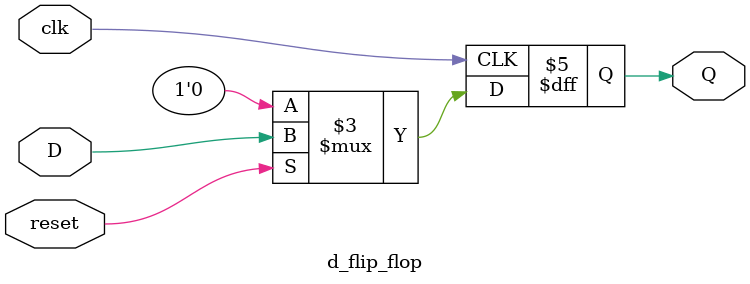
<source format=v>
`timescale 1ns / 1ps
module stall_control_block(stall, stall_pm, op, clk, reset);
input [5:0] op;
input clk,reset;
output stall, stall_pm;

//Output of AND Gates will be stored here
wire HLT, LD_op, JUMP;

// Assigning appropriate values
assign HLT = (op[0] && ~op[1] && ~op[2] && ~op[3] && op[4] && ~op[5]); 
assign LD_op = (~op[0] && ~op[1] && op[2] && ~op[3] && op[4] && ~op[5] && ~Q[0]) ;
assign JUMP = (op[2] && op[3] && op[4] && ~op[5] && ~Q[3]);
  
assign stall = ( HLT || JUMP || LD_op);
assign stall_pm = Q[2];

// Outputs of D Flip Flops
wire [3:0] Q;

d_flip_flop dff0(Q[0], LD_op, clk, reset);
d_flip_flop dff1(Q[1], JUMP, clk, reset);
d_flip_flop dff2(Q[2], stall, clk, reset);
d_flip_flop dff3(Q[3], Q[1], clk, reset);

endmodule

//D Flip Flop module
module d_flip_flop(Q,D,clk,reset);
output reg Q;
input D, clk, reset;
always@(posedge clk)
begin
	if(reset)
		Q <= D;
	else
		Q <= 1'b0;
end
endmodule

</source>
